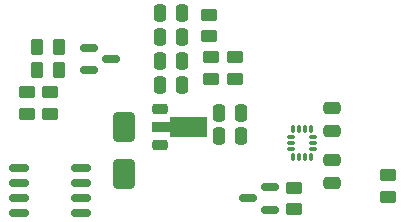
<source format=gbp>
%TF.GenerationSoftware,KiCad,Pcbnew,9.0.2*%
%TF.CreationDate,2025-09-28T04:05:33+05:30*%
%TF.ProjectId,Sippy,53697070-792e-46b6-9963-61645f706362,rev?*%
%TF.SameCoordinates,PX4ef6d80PY35fa5c0*%
%TF.FileFunction,Paste,Bot*%
%TF.FilePolarity,Positive*%
%FSLAX46Y46*%
G04 Gerber Fmt 4.6, Leading zero omitted, Abs format (unit mm)*
G04 Created by KiCad (PCBNEW 9.0.2) date 2025-09-28 04:05:33*
%MOMM*%
%LPD*%
G01*
G04 APERTURE LIST*
G04 Aperture macros list*
%AMRoundRect*
0 Rectangle with rounded corners*
0 $1 Rounding radius*
0 $2 $3 $4 $5 $6 $7 $8 $9 X,Y pos of 4 corners*
0 Add a 4 corners polygon primitive as box body*
4,1,4,$2,$3,$4,$5,$6,$7,$8,$9,$2,$3,0*
0 Add four circle primitives for the rounded corners*
1,1,$1+$1,$2,$3*
1,1,$1+$1,$4,$5*
1,1,$1+$1,$6,$7*
1,1,$1+$1,$8,$9*
0 Add four rect primitives between the rounded corners*
20,1,$1+$1,$2,$3,$4,$5,0*
20,1,$1+$1,$4,$5,$6,$7,0*
20,1,$1+$1,$6,$7,$8,$9,0*
20,1,$1+$1,$8,$9,$2,$3,0*%
%AMFreePoly0*
4,1,9,3.862500,-0.866500,0.737500,-0.866500,0.737500,-0.450000,-0.737500,-0.450000,-0.737500,0.450000,0.737500,0.450000,0.737500,0.866500,3.862500,0.866500,3.862500,-0.866500,3.862500,-0.866500,$1*%
G04 Aperture macros list end*
%ADD10RoundRect,0.250000X-0.450000X0.262500X-0.450000X-0.262500X0.450000X-0.262500X0.450000X0.262500X0*%
%ADD11RoundRect,0.150000X0.675000X0.150000X-0.675000X0.150000X-0.675000X-0.150000X0.675000X-0.150000X0*%
%ADD12RoundRect,0.250000X-0.250000X-0.475000X0.250000X-0.475000X0.250000X0.475000X-0.250000X0.475000X0*%
%ADD13RoundRect,0.250000X-0.262500X-0.450000X0.262500X-0.450000X0.262500X0.450000X-0.262500X0.450000X0*%
%ADD14RoundRect,0.250000X0.475000X-0.250000X0.475000X0.250000X-0.475000X0.250000X-0.475000X-0.250000X0*%
%ADD15RoundRect,0.225000X-0.425000X-0.225000X0.425000X-0.225000X0.425000X0.225000X-0.425000X0.225000X0*%
%ADD16FreePoly0,0.000000*%
%ADD17RoundRect,0.150000X0.587500X0.150000X-0.587500X0.150000X-0.587500X-0.150000X0.587500X-0.150000X0*%
%ADD18RoundRect,0.250000X-0.475000X0.250000X-0.475000X-0.250000X0.475000X-0.250000X0.475000X0.250000X0*%
%ADD19RoundRect,0.150000X-0.587500X-0.150000X0.587500X-0.150000X0.587500X0.150000X-0.587500X0.150000X0*%
%ADD20RoundRect,0.250000X-0.650000X1.000000X-0.650000X-1.000000X0.650000X-1.000000X0.650000X1.000000X0*%
%ADD21RoundRect,0.250000X0.450000X-0.262500X0.450000X0.262500X-0.450000X0.262500X-0.450000X-0.262500X0*%
%ADD22RoundRect,0.087500X-0.087500X0.225000X-0.087500X-0.225000X0.087500X-0.225000X0.087500X0.225000X0*%
%ADD23RoundRect,0.087500X-0.225000X0.087500X-0.225000X-0.087500X0.225000X-0.087500X0.225000X0.087500X0*%
G04 APERTURE END LIST*
D10*
%TO.C,R13*%
X-14000000Y-1087500D03*
X-14000000Y-2912500D03*
%TD*%
D11*
%TO.C,U4*%
X-9375000Y-7495000D03*
X-9375000Y-8765000D03*
X-9375000Y-10035000D03*
X-9375000Y-11305000D03*
X-14625000Y-11305000D03*
X-14625000Y-10035000D03*
X-14625000Y-8765000D03*
X-14625000Y-7495000D03*
%TD*%
D10*
%TO.C,R12*%
X-12000000Y-1087500D03*
X-12000000Y-2912500D03*
%TD*%
%TO.C,R2*%
X16600000Y-8087500D03*
X16600000Y-9912500D03*
%TD*%
D12*
%TO.C,C17*%
X-2750000Y5600000D03*
X-850000Y5600000D03*
%TD*%
D13*
%TO.C,R11*%
X-13112500Y800000D03*
X-11287500Y800000D03*
%TD*%
D12*
%TO.C,C13*%
X-2750000Y-430000D03*
X-850000Y-430000D03*
%TD*%
%TO.C,C12*%
X2250000Y-2800000D03*
X4150000Y-2800000D03*
%TD*%
D10*
%TO.C,R16*%
X3600000Y1912500D03*
X3600000Y87500D03*
%TD*%
D12*
%TO.C,C14*%
X-2750000Y1600000D03*
X-850000Y1600000D03*
%TD*%
D14*
%TO.C,C8*%
X11856250Y-8743750D03*
X11856250Y-6843750D03*
%TD*%
D12*
%TO.C,C15*%
X-2750000Y3600000D03*
X-850000Y3600000D03*
%TD*%
D15*
%TO.C,U5*%
X-2750000Y-5500000D03*
D16*
X-2662500Y-4000000D03*
D15*
X-2750000Y-2500000D03*
%TD*%
D10*
%TO.C,R1*%
X1400000Y5512500D03*
X1400000Y3687500D03*
%TD*%
D17*
%TO.C,Q1*%
X6600000Y-9100000D03*
X6600000Y-11000000D03*
X4725000Y-10050000D03*
%TD*%
D18*
%TO.C,C9*%
X11856250Y-2443750D03*
X11856250Y-4343750D03*
%TD*%
D19*
%TO.C,Q3*%
X-8737500Y800000D03*
X-8737500Y2700000D03*
X-6862500Y1750000D03*
%TD*%
D10*
%TO.C,R15*%
X1600000Y1912500D03*
X1600000Y87500D03*
%TD*%
D20*
%TO.C,D4*%
X-5800000Y-4000000D03*
X-5800000Y-8000000D03*
%TD*%
D12*
%TO.C,C11*%
X2250000Y-4800000D03*
X4150000Y-4800000D03*
%TD*%
D21*
%TO.C,R5*%
X8662500Y-10962500D03*
X8662500Y-9137500D03*
%TD*%
D13*
%TO.C,R10*%
X-13112500Y2750000D03*
X-11287500Y2750000D03*
%TD*%
D22*
%TO.C,U2*%
X8556250Y-4193750D03*
X9056250Y-4193750D03*
X9556250Y-4193750D03*
X10056250Y-4193750D03*
D23*
X10218750Y-4856250D03*
X10218750Y-5356250D03*
X10218750Y-5856250D03*
D22*
X10056250Y-6518750D03*
X9556250Y-6518750D03*
X9056250Y-6518750D03*
X8556250Y-6518750D03*
D23*
X8393750Y-5856250D03*
X8393750Y-5356250D03*
X8393750Y-4856250D03*
%TD*%
M02*

</source>
